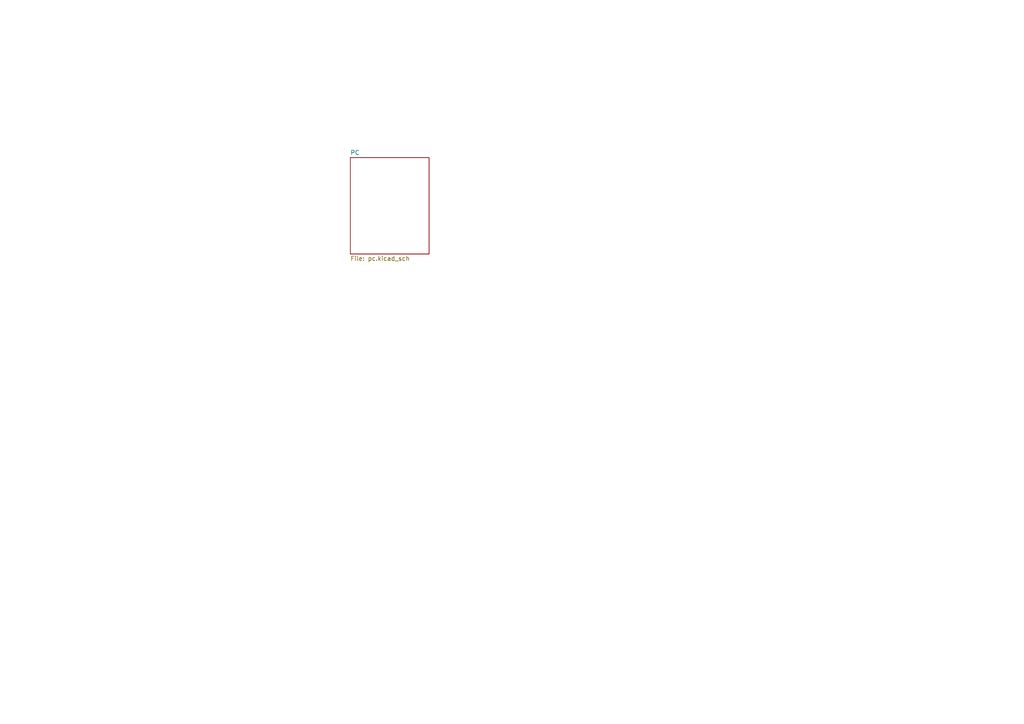
<source format=kicad_sch>
(kicad_sch (version 20230121) (generator eeschema)
  (paper "A4")
  (lib_symbols)
  (sheet (at 101.6 45.72) (size 22.86 27.94) (stroke (width 0.1524))
    (property "Sheetname" "PC" (at 101.6 45.0084 0) (effects (justify left bottom)))
    (property "Sheetfile" "pc.kicad_sch" (at 101.6 74.2446 0) (effects (justify left top)))
  )
)
</source>
